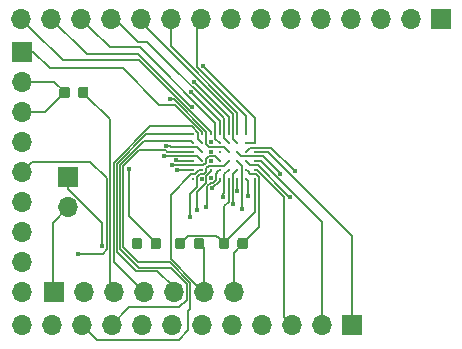
<source format=gtl>
G04 #@! TF.GenerationSoftware,KiCad,Pcbnew,5.0.2-bee76a0~70~ubuntu14.04.1*
G04 #@! TF.CreationDate,2018-12-07T19:13:15-07:00*
G04 #@! TF.ProjectId,sram-addon,7372616d-2d61-4646-946f-6e2e6b696361,rev?*
G04 #@! TF.SameCoordinates,Original*
G04 #@! TF.FileFunction,Copper,L1,Top*
G04 #@! TF.FilePolarity,Positive*
%FSLAX46Y46*%
G04 Gerber Fmt 4.6, Leading zero omitted, Abs format (unit mm)*
G04 Created by KiCad (PCBNEW 5.0.2-bee76a0~70~ubuntu14.04.1) date Fri 07 Dec 2018 07:13:15 PM MST*
%MOMM*%
%LPD*%
G01*
G04 APERTURE LIST*
G04 #@! TA.AperFunction,BGAPad,CuDef*
%ADD10C,0.300000*%
G04 #@! TD*
G04 #@! TA.AperFunction,ComponentPad*
%ADD11R,1.700000X1.700000*%
G04 #@! TD*
G04 #@! TA.AperFunction,ComponentPad*
%ADD12O,1.700000X1.700000*%
G04 #@! TD*
G04 #@! TA.AperFunction,Conductor*
%ADD13C,0.100000*%
G04 #@! TD*
G04 #@! TA.AperFunction,SMDPad,CuDef*
%ADD14C,0.875000*%
G04 #@! TD*
G04 #@! TA.AperFunction,ViaPad*
%ADD15C,0.400000*%
G04 #@! TD*
G04 #@! TA.AperFunction,Conductor*
%ADD16C,0.127000*%
G04 #@! TD*
G04 APERTURE END LIST*
D10*
G04 #@! TO.P,U1,A1*
G04 #@! TO.N,GND*
X129117000Y-84993000D03*
G04 #@! TO.P,U1,B1*
G04 #@! TO.N,d8*
X128367000Y-84993000D03*
G04 #@! TO.P,U1,C1*
G04 #@! TO.N,d9*
X127617000Y-84993000D03*
G04 #@! TO.P,U1,D1*
G04 #@! TO.N,vss*
X126867000Y-84993000D03*
G04 #@! TO.P,U1,E1*
G04 #@! TO.N,CE2*
X126117000Y-84993000D03*
G04 #@! TO.P,U1,F1*
G04 #@! TO.N,d14*
X125367000Y-84993000D03*
G04 #@! TO.P,U1,G1*
G04 #@! TO.N,d15*
X124617000Y-84993000D03*
G04 #@! TO.P,U1,H1*
G04 #@! TO.N,008.5*
X123867000Y-84993000D03*
G04 #@! TO.P,U1,A2*
G04 #@! TO.N,GND*
X129117000Y-85743000D03*
G04 #@! TO.P,U1,B2*
X128367000Y-85743000D03*
G04 #@! TO.P,U1,C2*
G04 #@! TO.N,d10*
X127617000Y-85743000D03*
G04 #@! TO.P,U1,D2*
G04 #@! TO.N,d11*
X126867000Y-85743000D03*
G04 #@! TO.P,U1,E2*
G04 #@! TO.N,d12*
X126117000Y-85743000D03*
G04 #@! TO.P,U1,F2*
G04 #@! TO.N,d13*
X125367000Y-85743000D03*
G04 #@! TO.P,U1,G2*
G04 #@! TO.N,008.17*
X124617000Y-85743000D03*
G04 #@! TO.P,U1,H2*
G04 #@! TO.N,a8*
X123867000Y-85743000D03*
G04 #@! TO.P,U1,A3*
G04 #@! TO.N,a0*
X129117000Y-86493000D03*
G04 #@! TO.P,U1,B3*
G04 #@! TO.N,a3*
X128367000Y-86493000D03*
G04 #@! TO.P,U1,C3*
G04 #@! TO.N,a5*
X127617000Y-86493000D03*
G04 #@! TO.P,U1,D3*
G04 #@! TO.N,a17*
X126867000Y-86493000D03*
G04 #@! TO.P,U1,E3*
G04 #@! TO.N,Net-(U1-PadE3)*
X126117000Y-86493000D03*
G04 #@! TO.P,U1,F3*
G04 #@! TO.N,a14*
X125367000Y-86493000D03*
G04 #@! TO.P,U1,G3*
G04 #@! TO.N,a12*
X124617000Y-86493000D03*
G04 #@! TO.P,U1,H3*
G04 #@! TO.N,a9*
X123867000Y-86493000D03*
G04 #@! TO.P,U1,A4*
G04 #@! TO.N,a1*
X129117000Y-87243000D03*
G04 #@! TO.P,U1,B4*
G04 #@! TO.N,a4*
X128367000Y-87243000D03*
G04 #@! TO.P,U1,C4*
G04 #@! TO.N,a6*
X127617000Y-87243000D03*
G04 #@! TO.P,U1,D4*
G04 #@! TO.N,a7*
X126867000Y-87243000D03*
G04 #@! TO.P,U1,E4*
G04 #@! TO.N,a16*
X126117000Y-87243000D03*
G04 #@! TO.P,U1,F4*
G04 #@! TO.N,a15*
X125367000Y-87243000D03*
G04 #@! TO.P,U1,G4*
G04 #@! TO.N,a13*
X124617000Y-87243000D03*
G04 #@! TO.P,U1,H4*
G04 #@! TO.N,a10*
X123867000Y-87243000D03*
G04 #@! TO.P,U1,A5*
G04 #@! TO.N,a2*
X129117000Y-87993000D03*
G04 #@! TO.P,U1,B5*
G04 #@! TO.N,008.1*
X128367000Y-87993000D03*
G04 #@! TO.P,U1,C5*
G04 #@! TO.N,d1*
X127617000Y-87993000D03*
G04 #@! TO.P,U1,D5*
G04 #@! TO.N,d3*
X126867000Y-87993000D03*
G04 #@! TO.P,U1,E5*
G04 #@! TO.N,d4*
X126117000Y-87993000D03*
G04 #@! TO.P,U1,F5*
G04 #@! TO.N,d5*
X125367000Y-87993000D03*
G04 #@! TO.P,U1,G5*
G04 #@! TO.N,008.3*
X124617000Y-87993000D03*
G04 #@! TO.P,U1,H5*
G04 #@! TO.N,a11*
X123867000Y-87993000D03*
G04 #@! TO.P,U1,A6*
G04 #@! TO.N,CE2*
X129117000Y-88743000D03*
G04 #@! TO.P,U1,B6*
G04 #@! TO.N,d0*
X128367000Y-88743000D03*
G04 #@! TO.P,U1,C6*
G04 #@! TO.N,d2*
X127617000Y-88743000D03*
G04 #@! TO.P,U1,D6*
G04 #@! TO.N,CE2*
X126867000Y-88743000D03*
G04 #@! TO.P,U1,E6*
G04 #@! TO.N,vss*
X126117000Y-88743000D03*
G04 #@! TO.P,U1,F6*
G04 #@! TO.N,d6*
X125367000Y-88743000D03*
G04 #@! TO.P,U1,G6*
G04 #@! TO.N,d7*
X124617000Y-88743000D03*
G04 #@! TO.P,U1,H6*
G04 #@! TO.N,Net-(U1-PadH6)*
X123867000Y-88743000D03*
G04 #@! TD*
D11*
G04 #@! TO.P,J7,1*
G04 #@! TO.N,d15*
X109350000Y-78000000D03*
D12*
G04 #@! TO.P,J7,2*
G04 #@! TO.N,d16*
X109350000Y-80540000D03*
G04 #@! TO.P,J7,3*
X109350000Y-83080000D03*
G04 #@! TO.P,J7,4*
G04 #@! TO.N,a17*
X109350000Y-85620000D03*
G04 #@! TO.P,J7,5*
G04 #@! TO.N,a16*
X109350000Y-88160000D03*
G04 #@! TO.P,J7,6*
G04 #@! TO.N,a15*
X109350000Y-90700000D03*
G04 #@! TO.P,J7,7*
G04 #@! TO.N,a14*
X109350000Y-93240000D03*
G04 #@! TO.P,J7,8*
G04 #@! TO.N,a13*
X109350000Y-95780000D03*
G04 #@! TO.P,J7,9*
G04 #@! TO.N,a12*
X109350000Y-98320000D03*
G04 #@! TD*
D11*
G04 #@! TO.P,J12,1*
G04 #@! TO.N,d0*
X144860000Y-75200000D03*
D12*
G04 #@! TO.P,J12,2*
G04 #@! TO.N,d1*
X142320000Y-75200000D03*
G04 #@! TO.P,J12,3*
G04 #@! TO.N,d2*
X139780000Y-75200000D03*
G04 #@! TO.P,J12,4*
G04 #@! TO.N,d3*
X137240000Y-75200000D03*
G04 #@! TO.P,J12,5*
G04 #@! TO.N,d4*
X134700000Y-75200000D03*
G04 #@! TO.P,J12,6*
G04 #@! TO.N,d5*
X132160000Y-75200000D03*
G04 #@! TO.P,J12,7*
G04 #@! TO.N,d6*
X129620000Y-75200000D03*
G04 #@! TO.P,J12,8*
G04 #@! TO.N,d7*
X127080000Y-75200000D03*
G04 #@! TO.P,J12,9*
G04 #@! TO.N,d8*
X124540000Y-75200000D03*
G04 #@! TO.P,J12,10*
G04 #@! TO.N,d9*
X122000000Y-75200000D03*
G04 #@! TO.P,J12,11*
G04 #@! TO.N,d10*
X119460000Y-75200000D03*
G04 #@! TO.P,J12,12*
G04 #@! TO.N,d11*
X116920000Y-75200000D03*
G04 #@! TO.P,J12,13*
G04 #@! TO.N,d12*
X114380000Y-75200000D03*
G04 #@! TO.P,J12,14*
G04 #@! TO.N,d13*
X111840000Y-75200000D03*
G04 #@! TO.P,J12,15*
G04 #@! TO.N,d14*
X109300000Y-75200000D03*
G04 #@! TD*
D11*
G04 #@! TO.P,J10,1*
G04 #@! TO.N,a0*
X137290000Y-101100000D03*
D12*
G04 #@! TO.P,J10,2*
G04 #@! TO.N,a1*
X134750000Y-101100000D03*
G04 #@! TO.P,J10,3*
G04 #@! TO.N,a2*
X132210000Y-101100000D03*
G04 #@! TO.P,J10,4*
G04 #@! TO.N,a3*
X129670000Y-101100000D03*
G04 #@! TO.P,J10,5*
G04 #@! TO.N,a4*
X127130000Y-101100000D03*
G04 #@! TO.P,J10,6*
G04 #@! TO.N,a5*
X124590000Y-101100000D03*
G04 #@! TO.P,J10,7*
G04 #@! TO.N,a6*
X122050000Y-101100000D03*
G04 #@! TO.P,J10,8*
G04 #@! TO.N,a7*
X119510000Y-101100000D03*
G04 #@! TO.P,J10,9*
G04 #@! TO.N,a8*
X116970000Y-101100000D03*
G04 #@! TO.P,J10,10*
G04 #@! TO.N,a9*
X114430000Y-101100000D03*
G04 #@! TO.P,J10,11*
G04 #@! TO.N,a10*
X111890000Y-101100000D03*
G04 #@! TO.P,J10,12*
G04 #@! TO.N,a11*
X109350000Y-101100000D03*
G04 #@! TD*
D13*
G04 #@! TO.N,GND*
G04 #@! TO.C,C1*
G36*
X119366191Y-93760053D02*
X119387426Y-93763203D01*
X119408250Y-93768419D01*
X119428462Y-93775651D01*
X119447868Y-93784830D01*
X119466281Y-93795866D01*
X119483524Y-93808654D01*
X119499430Y-93823070D01*
X119513846Y-93838976D01*
X119526634Y-93856219D01*
X119537670Y-93874632D01*
X119546849Y-93894038D01*
X119554081Y-93914250D01*
X119559297Y-93935074D01*
X119562447Y-93956309D01*
X119563500Y-93977750D01*
X119563500Y-94490250D01*
X119562447Y-94511691D01*
X119559297Y-94532926D01*
X119554081Y-94553750D01*
X119546849Y-94573962D01*
X119537670Y-94593368D01*
X119526634Y-94611781D01*
X119513846Y-94629024D01*
X119499430Y-94644930D01*
X119483524Y-94659346D01*
X119466281Y-94672134D01*
X119447868Y-94683170D01*
X119428462Y-94692349D01*
X119408250Y-94699581D01*
X119387426Y-94704797D01*
X119366191Y-94707947D01*
X119344750Y-94709000D01*
X118907250Y-94709000D01*
X118885809Y-94707947D01*
X118864574Y-94704797D01*
X118843750Y-94699581D01*
X118823538Y-94692349D01*
X118804132Y-94683170D01*
X118785719Y-94672134D01*
X118768476Y-94659346D01*
X118752570Y-94644930D01*
X118738154Y-94629024D01*
X118725366Y-94611781D01*
X118714330Y-94593368D01*
X118705151Y-94573962D01*
X118697919Y-94553750D01*
X118692703Y-94532926D01*
X118689553Y-94511691D01*
X118688500Y-94490250D01*
X118688500Y-93977750D01*
X118689553Y-93956309D01*
X118692703Y-93935074D01*
X118697919Y-93914250D01*
X118705151Y-93894038D01*
X118714330Y-93874632D01*
X118725366Y-93856219D01*
X118738154Y-93838976D01*
X118752570Y-93823070D01*
X118768476Y-93808654D01*
X118785719Y-93795866D01*
X118804132Y-93784830D01*
X118823538Y-93775651D01*
X118843750Y-93768419D01*
X118864574Y-93763203D01*
X118885809Y-93760053D01*
X118907250Y-93759000D01*
X119344750Y-93759000D01*
X119366191Y-93760053D01*
X119366191Y-93760053D01*
G37*
D14*
G04 #@! TD*
G04 #@! TO.P,C1,1*
G04 #@! TO.N,GND*
X119126000Y-94234000D03*
D13*
G04 #@! TO.N,vss*
G04 #@! TO.C,C1*
G36*
X120941191Y-93760053D02*
X120962426Y-93763203D01*
X120983250Y-93768419D01*
X121003462Y-93775651D01*
X121022868Y-93784830D01*
X121041281Y-93795866D01*
X121058524Y-93808654D01*
X121074430Y-93823070D01*
X121088846Y-93838976D01*
X121101634Y-93856219D01*
X121112670Y-93874632D01*
X121121849Y-93894038D01*
X121129081Y-93914250D01*
X121134297Y-93935074D01*
X121137447Y-93956309D01*
X121138500Y-93977750D01*
X121138500Y-94490250D01*
X121137447Y-94511691D01*
X121134297Y-94532926D01*
X121129081Y-94553750D01*
X121121849Y-94573962D01*
X121112670Y-94593368D01*
X121101634Y-94611781D01*
X121088846Y-94629024D01*
X121074430Y-94644930D01*
X121058524Y-94659346D01*
X121041281Y-94672134D01*
X121022868Y-94683170D01*
X121003462Y-94692349D01*
X120983250Y-94699581D01*
X120962426Y-94704797D01*
X120941191Y-94707947D01*
X120919750Y-94709000D01*
X120482250Y-94709000D01*
X120460809Y-94707947D01*
X120439574Y-94704797D01*
X120418750Y-94699581D01*
X120398538Y-94692349D01*
X120379132Y-94683170D01*
X120360719Y-94672134D01*
X120343476Y-94659346D01*
X120327570Y-94644930D01*
X120313154Y-94629024D01*
X120300366Y-94611781D01*
X120289330Y-94593368D01*
X120280151Y-94573962D01*
X120272919Y-94553750D01*
X120267703Y-94532926D01*
X120264553Y-94511691D01*
X120263500Y-94490250D01*
X120263500Y-93977750D01*
X120264553Y-93956309D01*
X120267703Y-93935074D01*
X120272919Y-93914250D01*
X120280151Y-93894038D01*
X120289330Y-93874632D01*
X120300366Y-93856219D01*
X120313154Y-93838976D01*
X120327570Y-93823070D01*
X120343476Y-93808654D01*
X120360719Y-93795866D01*
X120379132Y-93784830D01*
X120398538Y-93775651D01*
X120418750Y-93768419D01*
X120439574Y-93763203D01*
X120460809Y-93760053D01*
X120482250Y-93759000D01*
X120919750Y-93759000D01*
X120941191Y-93760053D01*
X120941191Y-93760053D01*
G37*
D14*
G04 #@! TD*
G04 #@! TO.P,C1,2*
G04 #@! TO.N,vss*
X120701000Y-94234000D03*
D13*
G04 #@! TO.N,008.1*
G04 #@! TO.C,R1*
G36*
X128299371Y-93760053D02*
X128320606Y-93763203D01*
X128341430Y-93768419D01*
X128361642Y-93775651D01*
X128381048Y-93784830D01*
X128399461Y-93795866D01*
X128416704Y-93808654D01*
X128432610Y-93823070D01*
X128447026Y-93838976D01*
X128459814Y-93856219D01*
X128470850Y-93874632D01*
X128480029Y-93894038D01*
X128487261Y-93914250D01*
X128492477Y-93935074D01*
X128495627Y-93956309D01*
X128496680Y-93977750D01*
X128496680Y-94490250D01*
X128495627Y-94511691D01*
X128492477Y-94532926D01*
X128487261Y-94553750D01*
X128480029Y-94573962D01*
X128470850Y-94593368D01*
X128459814Y-94611781D01*
X128447026Y-94629024D01*
X128432610Y-94644930D01*
X128416704Y-94659346D01*
X128399461Y-94672134D01*
X128381048Y-94683170D01*
X128361642Y-94692349D01*
X128341430Y-94699581D01*
X128320606Y-94704797D01*
X128299371Y-94707947D01*
X128277930Y-94709000D01*
X127840430Y-94709000D01*
X127818989Y-94707947D01*
X127797754Y-94704797D01*
X127776930Y-94699581D01*
X127756718Y-94692349D01*
X127737312Y-94683170D01*
X127718899Y-94672134D01*
X127701656Y-94659346D01*
X127685750Y-94644930D01*
X127671334Y-94629024D01*
X127658546Y-94611781D01*
X127647510Y-94593368D01*
X127638331Y-94573962D01*
X127631099Y-94553750D01*
X127625883Y-94532926D01*
X127622733Y-94511691D01*
X127621680Y-94490250D01*
X127621680Y-93977750D01*
X127622733Y-93956309D01*
X127625883Y-93935074D01*
X127631099Y-93914250D01*
X127638331Y-93894038D01*
X127647510Y-93874632D01*
X127658546Y-93856219D01*
X127671334Y-93838976D01*
X127685750Y-93823070D01*
X127701656Y-93808654D01*
X127718899Y-93795866D01*
X127737312Y-93784830D01*
X127756718Y-93775651D01*
X127776930Y-93768419D01*
X127797754Y-93763203D01*
X127818989Y-93760053D01*
X127840430Y-93759000D01*
X128277930Y-93759000D01*
X128299371Y-93760053D01*
X128299371Y-93760053D01*
G37*
D14*
G04 #@! TD*
G04 #@! TO.P,R1,1*
G04 #@! TO.N,008.1*
X128059180Y-94234000D03*
D13*
G04 #@! TO.N,CE2*
G04 #@! TO.C,R1*
G36*
X126724371Y-93760053D02*
X126745606Y-93763203D01*
X126766430Y-93768419D01*
X126786642Y-93775651D01*
X126806048Y-93784830D01*
X126824461Y-93795866D01*
X126841704Y-93808654D01*
X126857610Y-93823070D01*
X126872026Y-93838976D01*
X126884814Y-93856219D01*
X126895850Y-93874632D01*
X126905029Y-93894038D01*
X126912261Y-93914250D01*
X126917477Y-93935074D01*
X126920627Y-93956309D01*
X126921680Y-93977750D01*
X126921680Y-94490250D01*
X126920627Y-94511691D01*
X126917477Y-94532926D01*
X126912261Y-94553750D01*
X126905029Y-94573962D01*
X126895850Y-94593368D01*
X126884814Y-94611781D01*
X126872026Y-94629024D01*
X126857610Y-94644930D01*
X126841704Y-94659346D01*
X126824461Y-94672134D01*
X126806048Y-94683170D01*
X126786642Y-94692349D01*
X126766430Y-94699581D01*
X126745606Y-94704797D01*
X126724371Y-94707947D01*
X126702930Y-94709000D01*
X126265430Y-94709000D01*
X126243989Y-94707947D01*
X126222754Y-94704797D01*
X126201930Y-94699581D01*
X126181718Y-94692349D01*
X126162312Y-94683170D01*
X126143899Y-94672134D01*
X126126656Y-94659346D01*
X126110750Y-94644930D01*
X126096334Y-94629024D01*
X126083546Y-94611781D01*
X126072510Y-94593368D01*
X126063331Y-94573962D01*
X126056099Y-94553750D01*
X126050883Y-94532926D01*
X126047733Y-94511691D01*
X126046680Y-94490250D01*
X126046680Y-93977750D01*
X126047733Y-93956309D01*
X126050883Y-93935074D01*
X126056099Y-93914250D01*
X126063331Y-93894038D01*
X126072510Y-93874632D01*
X126083546Y-93856219D01*
X126096334Y-93838976D01*
X126110750Y-93823070D01*
X126126656Y-93808654D01*
X126143899Y-93795866D01*
X126162312Y-93784830D01*
X126181718Y-93775651D01*
X126201930Y-93768419D01*
X126222754Y-93763203D01*
X126243989Y-93760053D01*
X126265430Y-93759000D01*
X126702930Y-93759000D01*
X126724371Y-93760053D01*
X126724371Y-93760053D01*
G37*
D14*
G04 #@! TD*
G04 #@! TO.P,R1,2*
G04 #@! TO.N,CE2*
X126484180Y-94234000D03*
D13*
G04 #@! TO.N,CE2*
G04 #@! TO.C,R2*
G36*
X123010891Y-93757513D02*
X123032126Y-93760663D01*
X123052950Y-93765879D01*
X123073162Y-93773111D01*
X123092568Y-93782290D01*
X123110981Y-93793326D01*
X123128224Y-93806114D01*
X123144130Y-93820530D01*
X123158546Y-93836436D01*
X123171334Y-93853679D01*
X123182370Y-93872092D01*
X123191549Y-93891498D01*
X123198781Y-93911710D01*
X123203997Y-93932534D01*
X123207147Y-93953769D01*
X123208200Y-93975210D01*
X123208200Y-94487710D01*
X123207147Y-94509151D01*
X123203997Y-94530386D01*
X123198781Y-94551210D01*
X123191549Y-94571422D01*
X123182370Y-94590828D01*
X123171334Y-94609241D01*
X123158546Y-94626484D01*
X123144130Y-94642390D01*
X123128224Y-94656806D01*
X123110981Y-94669594D01*
X123092568Y-94680630D01*
X123073162Y-94689809D01*
X123052950Y-94697041D01*
X123032126Y-94702257D01*
X123010891Y-94705407D01*
X122989450Y-94706460D01*
X122551950Y-94706460D01*
X122530509Y-94705407D01*
X122509274Y-94702257D01*
X122488450Y-94697041D01*
X122468238Y-94689809D01*
X122448832Y-94680630D01*
X122430419Y-94669594D01*
X122413176Y-94656806D01*
X122397270Y-94642390D01*
X122382854Y-94626484D01*
X122370066Y-94609241D01*
X122359030Y-94590828D01*
X122349851Y-94571422D01*
X122342619Y-94551210D01*
X122337403Y-94530386D01*
X122334253Y-94509151D01*
X122333200Y-94487710D01*
X122333200Y-93975210D01*
X122334253Y-93953769D01*
X122337403Y-93932534D01*
X122342619Y-93911710D01*
X122349851Y-93891498D01*
X122359030Y-93872092D01*
X122370066Y-93853679D01*
X122382854Y-93836436D01*
X122397270Y-93820530D01*
X122413176Y-93806114D01*
X122430419Y-93793326D01*
X122448832Y-93782290D01*
X122468238Y-93773111D01*
X122488450Y-93765879D01*
X122509274Y-93760663D01*
X122530509Y-93757513D01*
X122551950Y-93756460D01*
X122989450Y-93756460D01*
X123010891Y-93757513D01*
X123010891Y-93757513D01*
G37*
D14*
G04 #@! TD*
G04 #@! TO.P,R2,2*
G04 #@! TO.N,CE2*
X122770700Y-94231460D03*
D13*
G04 #@! TO.N,008.3*
G04 #@! TO.C,R2*
G36*
X124585891Y-93757513D02*
X124607126Y-93760663D01*
X124627950Y-93765879D01*
X124648162Y-93773111D01*
X124667568Y-93782290D01*
X124685981Y-93793326D01*
X124703224Y-93806114D01*
X124719130Y-93820530D01*
X124733546Y-93836436D01*
X124746334Y-93853679D01*
X124757370Y-93872092D01*
X124766549Y-93891498D01*
X124773781Y-93911710D01*
X124778997Y-93932534D01*
X124782147Y-93953769D01*
X124783200Y-93975210D01*
X124783200Y-94487710D01*
X124782147Y-94509151D01*
X124778997Y-94530386D01*
X124773781Y-94551210D01*
X124766549Y-94571422D01*
X124757370Y-94590828D01*
X124746334Y-94609241D01*
X124733546Y-94626484D01*
X124719130Y-94642390D01*
X124703224Y-94656806D01*
X124685981Y-94669594D01*
X124667568Y-94680630D01*
X124648162Y-94689809D01*
X124627950Y-94697041D01*
X124607126Y-94702257D01*
X124585891Y-94705407D01*
X124564450Y-94706460D01*
X124126950Y-94706460D01*
X124105509Y-94705407D01*
X124084274Y-94702257D01*
X124063450Y-94697041D01*
X124043238Y-94689809D01*
X124023832Y-94680630D01*
X124005419Y-94669594D01*
X123988176Y-94656806D01*
X123972270Y-94642390D01*
X123957854Y-94626484D01*
X123945066Y-94609241D01*
X123934030Y-94590828D01*
X123924851Y-94571422D01*
X123917619Y-94551210D01*
X123912403Y-94530386D01*
X123909253Y-94509151D01*
X123908200Y-94487710D01*
X123908200Y-93975210D01*
X123909253Y-93953769D01*
X123912403Y-93932534D01*
X123917619Y-93911710D01*
X123924851Y-93891498D01*
X123934030Y-93872092D01*
X123945066Y-93853679D01*
X123957854Y-93836436D01*
X123972270Y-93820530D01*
X123988176Y-93806114D01*
X124005419Y-93793326D01*
X124023832Y-93782290D01*
X124043238Y-93773111D01*
X124063450Y-93765879D01*
X124084274Y-93760663D01*
X124105509Y-93757513D01*
X124126950Y-93756460D01*
X124564450Y-93756460D01*
X124585891Y-93757513D01*
X124585891Y-93757513D01*
G37*
D14*
G04 #@! TD*
G04 #@! TO.P,R2,1*
G04 #@! TO.N,008.3*
X124345700Y-94231460D03*
D13*
G04 #@! TO.N,GND*
G04 #@! TO.C,R3*
G36*
X114796731Y-80966073D02*
X114817966Y-80969223D01*
X114838790Y-80974439D01*
X114859002Y-80981671D01*
X114878408Y-80990850D01*
X114896821Y-81001886D01*
X114914064Y-81014674D01*
X114929970Y-81029090D01*
X114944386Y-81044996D01*
X114957174Y-81062239D01*
X114968210Y-81080652D01*
X114977389Y-81100058D01*
X114984621Y-81120270D01*
X114989837Y-81141094D01*
X114992987Y-81162329D01*
X114994040Y-81183770D01*
X114994040Y-81696270D01*
X114992987Y-81717711D01*
X114989837Y-81738946D01*
X114984621Y-81759770D01*
X114977389Y-81779982D01*
X114968210Y-81799388D01*
X114957174Y-81817801D01*
X114944386Y-81835044D01*
X114929970Y-81850950D01*
X114914064Y-81865366D01*
X114896821Y-81878154D01*
X114878408Y-81889190D01*
X114859002Y-81898369D01*
X114838790Y-81905601D01*
X114817966Y-81910817D01*
X114796731Y-81913967D01*
X114775290Y-81915020D01*
X114337790Y-81915020D01*
X114316349Y-81913967D01*
X114295114Y-81910817D01*
X114274290Y-81905601D01*
X114254078Y-81898369D01*
X114234672Y-81889190D01*
X114216259Y-81878154D01*
X114199016Y-81865366D01*
X114183110Y-81850950D01*
X114168694Y-81835044D01*
X114155906Y-81817801D01*
X114144870Y-81799388D01*
X114135691Y-81779982D01*
X114128459Y-81759770D01*
X114123243Y-81738946D01*
X114120093Y-81717711D01*
X114119040Y-81696270D01*
X114119040Y-81183770D01*
X114120093Y-81162329D01*
X114123243Y-81141094D01*
X114128459Y-81120270D01*
X114135691Y-81100058D01*
X114144870Y-81080652D01*
X114155906Y-81062239D01*
X114168694Y-81044996D01*
X114183110Y-81029090D01*
X114199016Y-81014674D01*
X114216259Y-81001886D01*
X114234672Y-80990850D01*
X114254078Y-80981671D01*
X114274290Y-80974439D01*
X114295114Y-80969223D01*
X114316349Y-80966073D01*
X114337790Y-80965020D01*
X114775290Y-80965020D01*
X114796731Y-80966073D01*
X114796731Y-80966073D01*
G37*
D14*
G04 #@! TD*
G04 #@! TO.P,R3,1*
G04 #@! TO.N,GND*
X114556540Y-81440020D03*
D13*
G04 #@! TO.N,d16*
G04 #@! TO.C,R3*
G36*
X113221731Y-80966073D02*
X113242966Y-80969223D01*
X113263790Y-80974439D01*
X113284002Y-80981671D01*
X113303408Y-80990850D01*
X113321821Y-81001886D01*
X113339064Y-81014674D01*
X113354970Y-81029090D01*
X113369386Y-81044996D01*
X113382174Y-81062239D01*
X113393210Y-81080652D01*
X113402389Y-81100058D01*
X113409621Y-81120270D01*
X113414837Y-81141094D01*
X113417987Y-81162329D01*
X113419040Y-81183770D01*
X113419040Y-81696270D01*
X113417987Y-81717711D01*
X113414837Y-81738946D01*
X113409621Y-81759770D01*
X113402389Y-81779982D01*
X113393210Y-81799388D01*
X113382174Y-81817801D01*
X113369386Y-81835044D01*
X113354970Y-81850950D01*
X113339064Y-81865366D01*
X113321821Y-81878154D01*
X113303408Y-81889190D01*
X113284002Y-81898369D01*
X113263790Y-81905601D01*
X113242966Y-81910817D01*
X113221731Y-81913967D01*
X113200290Y-81915020D01*
X112762790Y-81915020D01*
X112741349Y-81913967D01*
X112720114Y-81910817D01*
X112699290Y-81905601D01*
X112679078Y-81898369D01*
X112659672Y-81889190D01*
X112641259Y-81878154D01*
X112624016Y-81865366D01*
X112608110Y-81850950D01*
X112593694Y-81835044D01*
X112580906Y-81817801D01*
X112569870Y-81799388D01*
X112560691Y-81779982D01*
X112553459Y-81759770D01*
X112548243Y-81738946D01*
X112545093Y-81717711D01*
X112544040Y-81696270D01*
X112544040Y-81183770D01*
X112545093Y-81162329D01*
X112548243Y-81141094D01*
X112553459Y-81120270D01*
X112560691Y-81100058D01*
X112569870Y-81080652D01*
X112580906Y-81062239D01*
X112593694Y-81044996D01*
X112608110Y-81029090D01*
X112624016Y-81014674D01*
X112641259Y-81001886D01*
X112659672Y-80990850D01*
X112679078Y-80981671D01*
X112699290Y-80974439D01*
X112720114Y-80969223D01*
X112741349Y-80966073D01*
X112762790Y-80965020D01*
X113200290Y-80965020D01*
X113221731Y-80966073D01*
X113221731Y-80966073D01*
G37*
D14*
G04 #@! TD*
G04 #@! TO.P,R3,2*
G04 #@! TO.N,d16*
X112981540Y-81440020D03*
D11*
G04 #@! TO.P,J1,1*
G04 #@! TO.N,CE2*
X113284000Y-88646000D03*
D12*
G04 #@! TO.P,J1,2*
G04 #@! TO.N,vccC*
X113284000Y-91186000D03*
G04 #@! TD*
D11*
G04 #@! TO.P,J2,1*
G04 #@! TO.N,vccC*
X112050000Y-98350000D03*
D12*
G04 #@! TO.P,J2,2*
G04 #@! TO.N,Net-(J2-Pad2)*
X114590000Y-98350000D03*
G04 #@! TO.P,J2,3*
G04 #@! TO.N,GND*
X117130000Y-98350000D03*
G04 #@! TO.P,J2,4*
G04 #@! TO.N,008.17*
X119670000Y-98350000D03*
G04 #@! TO.P,J2,5*
G04 #@! TO.N,008.5*
X122210000Y-98350000D03*
G04 #@! TO.P,J2,6*
G04 #@! TO.N,008.3*
X124750000Y-98350000D03*
G04 #@! TO.P,J2,7*
G04 #@! TO.N,008.1*
X127290000Y-98350000D03*
G04 #@! TD*
D15*
G04 #@! TO.N,GND*
X119067580Y-94208600D03*
X124689143Y-79206817D03*
X114556540Y-81440008D03*
G04 #@! TO.N,a17*
X121897140Y-82042002D03*
G04 #@! TO.N,a16*
X114112040Y-95089980D03*
X122072277Y-87622277D03*
G04 #@! TO.N,a15*
X125355820Y-87258442D03*
G04 #@! TO.N,a14*
X125367000Y-86474019D03*
G04 #@! TO.N,a13*
X121397039Y-86808083D03*
G04 #@! TO.N,a12*
X121599543Y-85964792D03*
G04 #@! TO.N,a11*
X122509280Y-88031320D03*
G04 #@! TO.N,a10*
X122387040Y-87199588D03*
G04 #@! TO.N,a7*
X123609643Y-91976483D03*
G04 #@! TO.N,a6*
X128018540Y-91358720D03*
G04 #@! TO.N,a5*
X131244340Y-88318340D03*
G04 #@! TO.N,a4*
X132046980Y-90309702D03*
G04 #@! TO.N,a3*
X132509260Y-88140540D03*
G04 #@! TO.N,d0*
X128546133Y-90192133D03*
G04 #@! TO.N,d1*
X127215900Y-90932000D03*
G04 #@! TO.N,d2*
X127625490Y-89836073D03*
G04 #@! TO.N,d3*
X126402803Y-90334803D03*
G04 #@! TO.N,d4*
X124968000Y-91186000D03*
G04 #@! TO.N,d5*
X124214596Y-91399238D03*
G04 #@! TO.N,d6*
X125385989Y-88687405D03*
G04 #@! TO.N,d7*
X124599023Y-88765798D03*
G04 #@! TO.N,d13*
X125375754Y-85680975D03*
X123804423Y-82697577D03*
G04 #@! TO.N,vss*
X120701000Y-94234000D03*
X125460217Y-89575097D03*
X118404640Y-87894158D03*
X123918881Y-80551617D03*
G04 #@! TO.N,CE2*
X122748040Y-94315280D03*
X116192895Y-94480380D03*
X123648555Y-81411500D03*
G04 #@! TD*
D16*
G04 #@! TO.N,GND*
X128367000Y-85743000D02*
X129117000Y-85743000D01*
X129117000Y-85743000D02*
X129117000Y-84993000D01*
X129117000Y-83634674D02*
X124889142Y-79406816D01*
X124889142Y-79406816D02*
X124689143Y-79206817D01*
X129117000Y-84993000D02*
X129117000Y-83634674D01*
X116837416Y-83720884D02*
X114756539Y-81640007D01*
X114756539Y-81640007D02*
X114556540Y-81440008D01*
X116837416Y-98057416D02*
X116837416Y-83720884D01*
X117130000Y-98350000D02*
X116837416Y-98057416D01*
G04 #@! TO.N,vccC*
X111970820Y-98300000D02*
X111870000Y-98300000D01*
X111970820Y-92499180D02*
X111970820Y-98300000D01*
X113284000Y-91186000D02*
X111970820Y-92499180D01*
G04 #@! TO.N,a17*
X122237358Y-82042002D02*
X122179982Y-82042002D01*
X124968000Y-85847942D02*
X124968000Y-84772644D01*
X122179982Y-82042002D02*
X121897140Y-82042002D01*
X126867000Y-86493000D02*
X126457501Y-86083501D01*
X125203559Y-86083501D02*
X124968000Y-85847942D01*
X126457501Y-86083501D02*
X125203559Y-86083501D01*
X124968000Y-84772644D02*
X122237358Y-82042002D01*
G04 #@! TO.N,a16*
X114394882Y-95089980D02*
X114112040Y-95089980D01*
X116229224Y-95089980D02*
X114394882Y-95089980D01*
X115166181Y-87310001D02*
X116583405Y-88727225D01*
X116583405Y-94735799D02*
X116229224Y-95089980D01*
X116583405Y-88727225D02*
X116583405Y-94735799D01*
X110199999Y-87310001D02*
X115166181Y-87310001D01*
X109350000Y-88160000D02*
X110199999Y-87310001D01*
X122355119Y-87622277D02*
X122072277Y-87622277D01*
X125173740Y-86864520D02*
X124957501Y-87080759D01*
X125738520Y-86864520D02*
X125173740Y-86864520D01*
X126117000Y-87243000D02*
X125738520Y-86864520D01*
X124957501Y-87406441D02*
X124741665Y-87622277D01*
X124741665Y-87622277D02*
X122355119Y-87622277D01*
X124957501Y-87080759D02*
X124957501Y-87406441D01*
G04 #@! TO.N,a13*
X122601300Y-86835904D02*
X122573479Y-86808083D01*
X124209904Y-86835904D02*
X122601300Y-86835904D01*
X124617000Y-87243000D02*
X124209904Y-86835904D01*
X122573479Y-86808083D02*
X121679881Y-86808083D01*
X121679881Y-86808083D02*
X121397039Y-86808083D01*
G04 #@! TO.N,a12*
X124617000Y-86493000D02*
X124211638Y-86087638D01*
X121882385Y-85964792D02*
X121599543Y-85964792D01*
X124211638Y-86087638D02*
X122005231Y-86087638D01*
X122005231Y-86087638D02*
X121882385Y-85964792D01*
G04 #@! TO.N,a11*
X122547600Y-87993000D02*
X122509280Y-88031320D01*
X123867000Y-87993000D02*
X122547600Y-87993000D01*
G04 #@! TO.N,a10*
X123867000Y-87243000D02*
X122430452Y-87243000D01*
X122430452Y-87243000D02*
X122387040Y-87199588D01*
G04 #@! TO.N,a9*
X123654868Y-86493000D02*
X123867000Y-86493000D01*
X121680982Y-86493000D02*
X123654868Y-86493000D01*
X117945559Y-87683859D02*
X119278919Y-86350499D01*
X114430000Y-101100000D02*
X115735180Y-102405180D01*
X119278919Y-86350499D02*
X121538481Y-86350499D01*
X122638820Y-102405180D02*
X123444000Y-101600000D01*
X121538481Y-86350499D02*
X121680982Y-86493000D01*
X123604011Y-97544786D02*
X121889546Y-95830321D01*
X123444000Y-101600000D02*
X123444000Y-99982011D01*
X115735180Y-102405180D02*
X122638820Y-102405180D01*
X123444000Y-99982011D02*
X123604011Y-99822000D01*
X121889546Y-95830321D02*
X119200000Y-95830321D01*
X123604011Y-99822000D02*
X123604011Y-97544786D01*
X119200000Y-95830321D02*
X117945559Y-94575880D01*
X117945559Y-94575880D02*
X117945559Y-87683859D01*
G04 #@! TO.N,a8*
X118420000Y-99650000D02*
X116970000Y-101100000D01*
X119695902Y-85574291D02*
X117691548Y-87578645D01*
X117691548Y-87578645D02*
X117691548Y-94717248D01*
X119300000Y-96325700D02*
X121975700Y-96325700D01*
X123867000Y-85743000D02*
X123698291Y-85574291D01*
X117691548Y-94717248D02*
X119300000Y-96325700D01*
X123698291Y-85574291D02*
X119695902Y-85574291D01*
X121975700Y-96325700D02*
X123350000Y-97700000D01*
X122700000Y-99650000D02*
X118420000Y-99650000D01*
X123350000Y-97700000D02*
X123350000Y-99000000D01*
X123350000Y-99000000D02*
X122700000Y-99650000D01*
G04 #@! TO.N,a7*
X126867000Y-87243000D02*
X126461057Y-87648943D01*
X124780441Y-88333501D02*
X124479055Y-88333501D01*
X123609643Y-91693641D02*
X123609643Y-91976483D01*
X123609643Y-90075477D02*
X123609643Y-91693641D01*
X124207501Y-88605055D02*
X124207501Y-89477619D01*
X124479055Y-88333501D02*
X124207501Y-88605055D01*
X124968000Y-88145942D02*
X124780441Y-88333501D01*
X124968000Y-87888058D02*
X124968000Y-88145942D01*
X126461057Y-87648943D02*
X125207115Y-87648943D01*
X125207115Y-87648943D02*
X124968000Y-87888058D01*
X124207501Y-89477619D02*
X123609643Y-90075477D01*
G04 #@! TO.N,a6*
X127617000Y-87243000D02*
X128018540Y-87644540D01*
X128018540Y-87644540D02*
X128018540Y-91075878D01*
X128018540Y-91075878D02*
X128018540Y-91358720D01*
G04 #@! TO.N,a5*
X129759501Y-86833501D02*
X131044341Y-88118341D01*
X127617000Y-86493000D02*
X127957501Y-86833501D01*
X131044341Y-88118341D02*
X131244340Y-88318340D01*
X127957501Y-86833501D02*
X129759501Y-86833501D01*
G04 #@! TO.N,a4*
X128367000Y-87243000D02*
X128707501Y-87583501D01*
X128707501Y-87583501D02*
X129320779Y-87583501D01*
X129320779Y-87583501D02*
X131846981Y-90109703D01*
X131846981Y-90109703D02*
X132046980Y-90309702D01*
G04 #@! TO.N,a3*
X132309261Y-87940541D02*
X132509260Y-88140540D01*
X130502660Y-86133940D02*
X132309261Y-87940541D01*
X128726060Y-86133940D02*
X130502660Y-86133940D01*
X128367000Y-86493000D02*
X128726060Y-86133940D01*
G04 #@! TO.N,a2*
X131584700Y-100474700D02*
X132210000Y-101100000D01*
X131584700Y-90331475D02*
X131584700Y-100474700D01*
X129246225Y-87993000D02*
X131584700Y-90331475D01*
X129117000Y-87993000D02*
X129246225Y-87993000D01*
G04 #@! TO.N,a1*
X134750000Y-99897919D02*
X134750000Y-101100000D01*
X134750000Y-92381438D02*
X134750000Y-99897919D01*
X129611562Y-87243000D02*
X134750000Y-92381438D01*
X129117000Y-87243000D02*
X129611562Y-87243000D01*
G04 #@! TO.N,a0*
X137290000Y-100123000D02*
X137290000Y-101100000D01*
X129117000Y-86493000D02*
X130200144Y-86493000D01*
X130200144Y-86493000D02*
X137290000Y-93582856D01*
X137290000Y-93582856D02*
X137290000Y-100123000D01*
G04 #@! TO.N,d0*
X128546133Y-88922133D02*
X128546133Y-89909291D01*
X128546133Y-89909291D02*
X128546133Y-90192133D01*
X128367000Y-88743000D02*
X128546133Y-88922133D01*
G04 #@! TO.N,d1*
X127215900Y-88394100D02*
X127215900Y-90649158D01*
X127617000Y-87993000D02*
X127215900Y-88394100D01*
X127215900Y-90649158D02*
X127215900Y-90932000D01*
G04 #@! TO.N,d2*
X127617000Y-89827583D02*
X127625490Y-89836073D01*
X127617000Y-88743000D02*
X127617000Y-89827583D01*
G04 #@! TO.N,d3*
X126497080Y-88362920D02*
X126497080Y-89957684D01*
X126497080Y-89957684D02*
X126402803Y-90051961D01*
X126867000Y-87993000D02*
X126497080Y-88362920D01*
X126402803Y-90051961D02*
X126402803Y-90334803D01*
G04 #@! TO.N,d4*
X125776499Y-88899591D02*
X125776499Y-88333501D01*
X124968000Y-91186000D02*
X125069716Y-91084284D01*
X125069716Y-91084284D02*
X125069716Y-89396360D01*
X125069716Y-89396360D02*
X125382538Y-89083538D01*
X125382538Y-89083538D02*
X125592552Y-89083538D01*
X125592552Y-89083538D02*
X125776499Y-88899591D01*
X125776499Y-88333501D02*
X125967001Y-88142999D01*
X125967001Y-88142999D02*
X126117000Y-87993000D01*
G04 #@! TO.N,d5*
X124995488Y-89102660D02*
X124214596Y-89883552D01*
X124995488Y-88499964D02*
X124995488Y-89102660D01*
X125367000Y-87993000D02*
X125367000Y-88128452D01*
X124214596Y-91116396D02*
X124214596Y-91399238D01*
X125367000Y-88128452D02*
X124995488Y-88499964D01*
X124214596Y-89883552D02*
X124214596Y-91116396D01*
G04 #@! TO.N,d8*
X124218700Y-75521300D02*
X124540000Y-75200000D01*
X124218700Y-79288640D02*
X124218700Y-75521300D01*
X128367000Y-83436940D02*
X124218700Y-79288640D01*
X128367000Y-84993000D02*
X128367000Y-83436940D01*
G04 #@! TO.N,d9*
X122000000Y-76402081D02*
X122000000Y-75200000D01*
X122000000Y-77550000D02*
X122000000Y-76402081D01*
X127617000Y-83167000D02*
X122000000Y-77550000D01*
X127617000Y-84993000D02*
X127617000Y-83167000D01*
G04 #@! TO.N,d10*
X127256540Y-83311334D02*
X119460000Y-75514794D01*
X127256540Y-85382540D02*
X127256540Y-83311334D01*
X119460000Y-75514794D02*
X119460000Y-75200000D01*
X127617000Y-85743000D02*
X127256540Y-85382540D01*
G04 #@! TO.N,d11*
X117244014Y-75200000D02*
X116920000Y-75200000D01*
X119188894Y-77144880D02*
X117244014Y-75200000D01*
X119959879Y-77144880D02*
X119188894Y-77144880D01*
X126461509Y-83646510D02*
X119959879Y-77144880D01*
X126461509Y-85337509D02*
X126461509Y-83646510D01*
X126867000Y-85743000D02*
X126461509Y-85337509D01*
G04 #@! TO.N,d12*
X115229999Y-76049999D02*
X114380000Y-75200000D01*
X116825260Y-77645260D02*
X115229999Y-76049999D01*
X119330050Y-77645260D02*
X116825260Y-77645260D01*
X125750320Y-84065530D02*
X119330050Y-77645260D01*
X125750320Y-85376320D02*
X125750320Y-84065530D01*
X126117000Y-85743000D02*
X125750320Y-85376320D01*
G04 #@! TO.N,d13*
X123668491Y-82697577D02*
X123804423Y-82697577D01*
X119187674Y-78216760D02*
X123668491Y-82697577D01*
X114856760Y-78216760D02*
X119187674Y-78216760D01*
X111840000Y-75200000D02*
X114856760Y-78216760D01*
G04 #@! TO.N,d14*
X110149999Y-76049999D02*
X109300000Y-75200000D01*
X119294580Y-78740000D02*
X112840000Y-78740000D01*
X112840000Y-78740000D02*
X110149999Y-76049999D01*
X125367000Y-84812420D02*
X119294580Y-78740000D01*
X125367000Y-84993000D02*
X125367000Y-84812420D01*
G04 #@! TO.N,d15*
X117902457Y-79407581D02*
X111734581Y-79407581D01*
X111734581Y-79407581D02*
X110327000Y-78000000D01*
X120970558Y-82475682D02*
X117902457Y-79407581D01*
X122311814Y-82475682D02*
X120970558Y-82475682D01*
X124617000Y-84780868D02*
X122311814Y-82475682D01*
X110327000Y-78000000D02*
X109350000Y-78000000D01*
X124617000Y-84993000D02*
X124617000Y-84780868D01*
G04 #@! TO.N,d16*
X112081520Y-80540000D02*
X112981540Y-81440020D01*
X109350000Y-80540000D02*
X112081520Y-80540000D01*
X111341560Y-83080000D02*
X109350000Y-83080000D01*
X112981540Y-81440020D02*
X111341560Y-83080000D01*
G04 #@! TO.N,008.17*
X120223743Y-84328000D02*
X117167627Y-87384116D01*
X124617000Y-85743000D02*
X124276499Y-85402499D01*
X123741552Y-84328000D02*
X120223743Y-84328000D01*
X124276499Y-84862948D02*
X123741552Y-84328000D01*
X124276499Y-85402499D02*
X124276499Y-84862948D01*
X117167627Y-95847627D02*
X117167627Y-95500000D01*
X119670000Y-98350000D02*
X117167627Y-95847627D01*
X117167627Y-87384116D02*
X117167627Y-95500000D01*
G04 #@! TO.N,008.5*
X123654868Y-84993000D02*
X123867000Y-84993000D01*
X119917968Y-84993000D02*
X123654868Y-84993000D01*
X117437537Y-87473431D02*
X119917968Y-84993000D01*
X120850000Y-96600000D02*
X119037537Y-96600000D01*
X117437537Y-95000000D02*
X117437537Y-87473431D01*
X119037537Y-96600000D02*
X117437537Y-95000000D01*
X122210000Y-97960000D02*
X120850000Y-96600000D01*
X122210000Y-98350000D02*
X122210000Y-97960000D01*
G04 #@! TO.N,008.3*
X124570000Y-98300000D02*
X124570000Y-97723180D01*
X124750000Y-94635760D02*
X124345700Y-94231460D01*
X124750000Y-98350000D02*
X124750000Y-94635760D01*
X124404868Y-87993000D02*
X124617000Y-87993000D01*
X123900001Y-97500001D02*
X123900001Y-97481551D01*
X124002339Y-88395529D02*
X124404868Y-87993000D01*
X121983500Y-90122558D02*
X123710529Y-88395529D01*
X123710529Y-88395529D02*
X124002339Y-88395529D01*
X124750000Y-98350000D02*
X123900001Y-97500001D01*
X121983500Y-95565050D02*
X121983500Y-90122558D01*
X123900001Y-97481551D02*
X121983500Y-95565050D01*
G04 #@! TO.N,008.1*
X127290000Y-95003180D02*
X128059180Y-94234000D01*
X127290000Y-98350000D02*
X127290000Y-95003180D01*
X128516999Y-88142999D02*
X128367000Y-87993000D01*
X128707501Y-88333501D02*
X128516999Y-88142999D01*
X129211443Y-88333501D02*
X128707501Y-88333501D01*
X129457501Y-88579559D02*
X129211443Y-88333501D01*
X129457501Y-92835679D02*
X129457501Y-88579559D01*
X128059180Y-94234000D02*
X129457501Y-92835679D01*
G04 #@! TO.N,vss*
X126117000Y-88955132D02*
X125497035Y-89575097D01*
X126117000Y-88743000D02*
X126117000Y-88955132D01*
X125497035Y-89575097D02*
X125460217Y-89575097D01*
X120701000Y-94234000D02*
X118404640Y-91937640D01*
X118404640Y-88177000D02*
X118404640Y-87894158D01*
X118404640Y-91937640D02*
X118404640Y-88177000D01*
X126867000Y-84993000D02*
X126867000Y-83499736D01*
X126867000Y-83499736D02*
X124118880Y-80751616D01*
X124118880Y-80751616D02*
X123918881Y-80551617D01*
G04 #@! TO.N,CE2*
X129117000Y-91601180D02*
X126484180Y-94234000D01*
X129117000Y-88743000D02*
X129117000Y-91601180D01*
X126484180Y-91067996D02*
X126484180Y-93659000D01*
X126867000Y-90685176D02*
X126484180Y-91067996D01*
X126484180Y-93659000D02*
X126484180Y-94234000D01*
X126867000Y-88743000D02*
X126867000Y-90685176D01*
X126022568Y-93772388D02*
X126484180Y-94234000D01*
X125816130Y-93565950D02*
X126022568Y-93772388D01*
X123436210Y-93565950D02*
X125816130Y-93565950D01*
X122770700Y-94231460D02*
X123436210Y-93565950D01*
X113284000Y-89623000D02*
X116192895Y-92531895D01*
X116192895Y-92531895D02*
X116192895Y-94197538D01*
X113284000Y-88646000D02*
X113284000Y-89623000D01*
X116192895Y-94197538D02*
X116192895Y-94480380D01*
X123848554Y-81611499D02*
X123648555Y-81411500D01*
X126117000Y-83879945D02*
X123848554Y-81611499D01*
X126117000Y-84993000D02*
X126117000Y-83879945D01*
G04 #@! TD*
M02*

</source>
